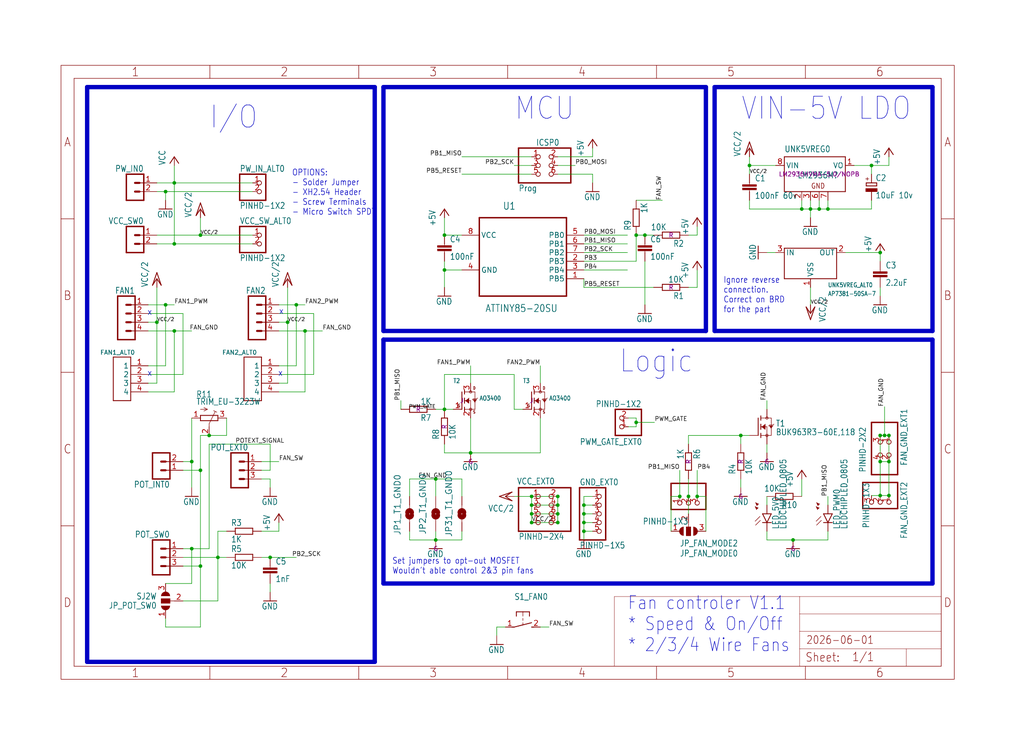
<source format=kicad_sch>
(kicad_sch (version 20250114) (generator "eeschema") (generator_version "9.0")
  (paper "User" 298.45 217.322)
  (text "x" (at 42.926 109.982 0) (effects (font (size 1.778 1.5113)) (justify left bottom)))
  (text "I/O" (at 60.96 38.1 0) (effects (font (size 6.4516 5.4838)) (justify left bottom)))
  (text "Fan controler V1.1\n* Speed & On/Off\n* 2/3/4 Wire Fans" (at 182.88 190.5 0) (effects (font (size 3.81 3.2385)) (justify left bottom)))
  (text "Logic" (at 180.34 109.22 0) (effects (font (size 6.4516 5.4838)) (justify left bottom)))
  (text "Set jumpers to opt-out MOSFET\nWouldn't able control 2&3 pin fans" (at 114.3 167.64 0) (effects (font (size 1.778 1.5113)) (justify left bottom)))
  (text "Ignore reverse\nconnection.\nCorrect on BRD\nfor the part" (at 210.82 91.44 0) (effects (font (size 1.778 1.5113)) (justify left bottom)))
  (text "x" (at 81.28 91.948 0) (effects (font (size 1.778 1.5113)) (justify left bottom)))
  (text "OPTIONS:\n- Solder Jumper\n- XH2.54 Header\n- Screw Terminals\n- Micro Switch SPDT" (at 85.09 62.992 0) (effects (font (size 1.778 1.5113)) (justify left bottom)))
  (text "x" (at 81.026 109.982 0) (effects (font (size 1.778 1.5113)) (justify left bottom)))
  (text "MCU" (at 149.86 35.56 0) (effects (font (size 6.4516 5.4838)) (justify left bottom)))
  (text "VIN-5V LDO" (at 215.9 35.56 0) (effects (font (size 6.4516 5.4838)) (justify left bottom)))
  (text "x" (at 42.926 92.202 0) (effects (font (size 1.778 1.5113)) (justify left bottom)))
  (junction (at 257.81 127))
  (junction (at 256.54 73.66))
  (junction (at 129.54 68.58))
  (junction (at 154.94 147.32))
  (junction (at 218.44 48.26))
  (junction (at 50.8 96.52))
  (junction (at 50.8 53.34))
  (junction (at 162.56 152.4))
  (junction (at 238.76 60.96))
  (junction (at 48.26 88.9))
  (junction (at 236.22 60.96))
  (junction (at 231.14 157.48))
  (junction (at 259.08 144.526))
  (junction (at 256.54 134.62))
  (junction (at 45.72 93.98))
  (junction (at 50.8 71.12))
  (junction (at 58.42 68.58))
  (junction (at 215.9 127))
  (junction (at 60.96 127))
  (junction (at 129.54 78.74))
  (junction (at 154.94 152.4))
  (junction (at 137.16 132.08))
  (junction (at 162.56 144.78))
  (junction (at 48.26 55.88))
  (junction (at 256.54 144.526))
  (junction (at 58.42 137.16))
  (junction (at 154.94 149.86))
  (junction (at 78.74 162.56))
  (junction (at 127 139.7))
  (junction (at 88.9 96.52))
  (junction (at 200.66 144.78))
  (junction (at 170.18 154.94))
  (junction (at 129.54 119.38))
  (junction (at 185.42 123.19))
  (junction (at 259.08 127))
  (junction (at 170.18 152.4))
  (junction (at 127 157.48))
  (junction (at 203.2 144.78))
  (junction (at 241.3 60.96))
  (junction (at 254 48.26))
  (junction (at 58.42 165.1))
  (junction (at 198.12 144.78))
  (junction (at 233.68 60.96))
  (junction (at 154.94 144.78))
  (junction (at 170.18 149.86))
  (junction (at 83.82 93.98))
  (junction (at 162.56 147.32))
  (junction (at 259.08 134.62))
  (junction (at 170.18 147.32))
  (junction (at 55.88 160.02))
  (junction (at 185.42 68.58))
  (junction (at 86.36 88.9))
  (junction (at 187.96 68.58))
  (junction (at 162.56 149.86))
  (junction (at 63.5 162.56))
  (junction (at 256.54 127))
  (junction (at 55.88 134.62))
  (wire (pts (xy 254 48.26) (xy 259.08 48.26)) (stroke (width 0.1524)))
  (wire (pts (xy 236.22 60.96) (xy 236.22 63.5)) (stroke (width 0.1524)))
  (wire (pts (xy 88.9 88.9) (xy 86.36 88.9)) (stroke (width 0.1524)))
  (wire (pts (xy 185.42 123.19) (xy 185.42 124.46)) (stroke (width 0.1524)))
  (wire (pts (xy 256.54 144.526) (xy 259.08 144.526)) (stroke (width 0.1524)))
  (polyline (pts (xy 111.76 25.4) (xy 111.76 96.52)) (stroke (width 1.27) (type solid)))
  (wire (pts (xy 170.18 144.78) (xy 170.18 147.32)) (stroke (width 0.1524)))
  (polyline (pts (xy 271.78 170.18) (xy 111.76 170.18)) (stroke (width 1.27) (type solid)))
  (wire (pts (xy 48.26 55.88) (xy 45.72 55.88)) (stroke (width 0.1524)))
  (wire (pts (xy 76.2 137.16) (xy 78.74 137.16)) (stroke (width 0.1524)))
  (wire (pts (xy 241.3 58.42) (xy 241.3 60.96)) (stroke (width 0.1524)))
  (wire (pts (xy 200.66 127) (xy 200.66 129.54)) (stroke (width 0.1524)))
  (wire (pts (xy 50.8 48.26) (xy 50.8 53.34)) (stroke (width 0.1524)))
  (wire (pts (xy 78.74 162.56) (xy 86.36 162.56)) (stroke (width 0.1524)))
  (wire (pts (xy 53.34 175.26) (xy 63.5 175.26)) (stroke (width 0.1524)))
  (polyline (pts (xy 205.74 25.4) (xy 111.76 25.4)) (stroke (width 1.27) (type solid)))
  (wire (pts (xy 233.68 144.78) (xy 233.68 139.7)) (stroke (width 0.1524)))
  (wire (pts (xy 200.66 139.7) (xy 200.66 144.78)) (stroke (width 0.1524)))
  (wire (pts (xy 63.5 175.26) (xy 63.5 162.56)) (stroke (width 0.1524)))
  (wire (pts (xy 259.08 48.26) (xy 259.08 45.72)) (stroke (width 0.1524)))
  (wire (pts (xy 162.56 50.8) (xy 172.72 50.8)) (stroke (width 0.1524)))
  (wire (pts (xy 81.28 114.3) (xy 88.9 114.3)) (stroke (width 0.1524)))
  (wire (pts (xy 256.54 144.526) (xy 256.54 134.62)) (stroke (width 0.1524)))
  (wire (pts (xy 154.94 50.8) (xy 134.62 50.8)) (stroke (width 0.1524)))
  (wire (pts (xy 185.42 124.46) (xy 183.134 124.46)) (stroke (width 0.1524)))
  (wire (pts (xy 127 139.7) (xy 127 144.78)) (stroke (width 0.1524)))
  (wire (pts (xy 254 48.26) (xy 254 50.8)) (stroke (width 0.1524)))
  (wire (pts (xy 119.38 139.7) (xy 127 139.7)) (stroke (width 0.1524)))
  (wire (pts (xy 238.76 60.96) (xy 236.22 60.96)) (stroke (width 0.1524)))
  (wire (pts (xy 58.42 165.1) (xy 53.34 165.1)) (stroke (width 0.1524)))
  (wire (pts (xy 55.88 160.02) (xy 60.96 160.02)) (stroke (width 0.1524)))
  (wire (pts (xy 63.5 154.94) (xy 66.04 154.94)) (stroke (width 0.1524)))
  (wire (pts (xy 129.54 78.74) (xy 129.54 76.2)) (stroke (width 0.1524)))
  (wire (pts (xy 162.56 45.72) (xy 172.72 45.72)) (stroke (width 0.1524)))
  (wire (pts (xy 119.38 144.78) (xy 119.38 139.7)) (stroke (width 0.1524)))
  (wire (pts (xy 170.18 147.32) (xy 170.18 149.86)) (stroke (width 0.1524)))
  (wire (pts (xy 248.92 48.26) (xy 254 48.26)) (stroke (width 0.1524)))
  (wire (pts (xy 58.42 182.88) (xy 58.42 165.1)) (stroke (width 0.1524)))
  (wire (pts (xy 190.754 123.19) (xy 185.42 123.19)) (stroke (width 0.1524)))
  (wire (pts (xy 154.94 48.26) (xy 149.86 48.26)) (stroke (width 0.1524)))
  (wire (pts (xy 236.22 88.9) (xy 236.22 83.82)) (stroke (width 0.1524)))
  (wire (pts (xy 185.42 68.58) (xy 185.42 76.2)) (stroke (width 0.1524)))
  (wire (pts (xy 246.38 73.66) (xy 256.54 73.66)) (stroke (width 0.1524)))
  (wire (pts (xy 116.84 119.38) (xy 116.84 116.84)) (stroke (width 0.1524)))
  (wire (pts (xy 187.96 68.58) (xy 190.5 68.58)) (stroke (width 0.1524)))
  (wire (pts (xy 129.54 109.22) (xy 149.86 109.22)) (stroke (width 0.1524)))
  (wire (pts (xy 257.81 127) (xy 256.54 127)) (stroke (width 0.1524)))
  (wire (pts (xy 226.06 48.26) (xy 218.44 48.26)) (stroke (width 0.1524)))
  (wire (pts (xy 218.44 127) (xy 215.9 127)) (stroke (width 0.1524)))
  (wire (pts (xy 129.54 78.74) (xy 129.54 83.82)) (stroke (width 0.1524)))
  (wire (pts (xy 157.48 132.08) (xy 137.16 132.08)) (stroke (width 0.1524)))
  (wire (pts (xy 256.54 76.2) (xy 256.54 73.66)) (stroke (width 0.1524)))
  (wire (pts (xy 218.44 48.26) (xy 218.44 45.72)) (stroke (width 0.1524)))
  (wire (pts (xy 134.62 139.7) (xy 134.62 144.78)) (stroke (width 0.1524)))
  (wire (pts (xy 81.28 154.94) (xy 81.28 152.4)) (stroke (width 0.1524)))
  (wire (pts (xy 170.18 152.4) (xy 170.18 154.94)) (stroke (width 0.1524)))
  (wire (pts (xy 259.08 127) (xy 259.08 134.62)) (stroke (width 0.1524)))
  (wire (pts (xy 48.26 182.88) (xy 58.42 182.88)) (stroke (width 0.1524)))
  (wire (pts (xy 55.88 134.62) (xy 55.88 142.24)) (stroke (width 0.1524)))
  (wire (pts (xy 162.56 144.78) (xy 162.56 147.32)) (stroke (width 0.1524)))
  (wire (pts (xy 223.52 129.54) (xy 223.52 132.08)) (stroke (width 0.1524)))
  (wire (pts (xy 66.04 127) (xy 66.04 121.92)) (stroke (width 0.1524)))
  (polyline (pts (xy 208.28 25.4) (xy 208.28 96.52)) (stroke (width 1.27) (type solid)))
  (wire (pts (xy 43.18 106.68) (xy 48.26 106.68)) (stroke (width 0.1524)))
  (wire (pts (xy 129.54 132.08) (xy 137.16 132.08)) (stroke (width 0.1524)))
  (wire (pts (xy 190.5 83.82) (xy 170.18 83.82)) (stroke (width 0.1524)))
  (wire (pts (xy 254 58.42) (xy 254 60.96)) (stroke (width 0.1524)))
  (wire (pts (xy 86.36 88.9) (xy 81.28 88.9)) (stroke (width 0.1524)))
  (polyline (pts (xy 271.78 99.06) (xy 111.76 99.06)) (stroke (width 1.27) (type solid)))
  (wire (pts (xy 257.81 118.618) (xy 257.81 127)) (stroke (width 0.1524)))
  (wire (pts (xy 170.18 83.82) (xy 170.18 81.28)) (stroke (width 0.1524)))
  (wire (pts (xy 81.28 93.98) (xy 83.82 93.98)) (stroke (width 0.1524)))
  (wire (pts (xy 81.28 111.76) (xy 83.82 111.76)) (stroke (width 0.1524)))
  (wire (pts (xy 172.72 147.32) (xy 170.18 147.32)) (stroke (width 0.1524)))
  (wire (pts (xy 231.14 157.48) (xy 223.52 157.48)) (stroke (width 0.1524)))
  (wire (pts (xy 48.26 55.88) (xy 48.26 58.42)) (stroke (width 0.1524)))
  (wire (pts (xy 63.5 162.56) (xy 66.04 162.56)) (stroke (width 0.1524)))
  (wire (pts (xy 53.34 109.22) (xy 43.18 109.22)) (stroke (width 0.1524)))
  (polyline (pts (xy 271.78 99.06) (xy 271.78 170.18)) (stroke (width 1.27) (type solid)))
  (wire (pts (xy 241.3 154.94) (xy 241.3 157.48)) (stroke (width 0.1524)))
  (wire (pts (xy 170.18 76.2) (xy 185.42 76.2)) (stroke (width 0.1524)))
  (wire (pts (xy 154.94 144.78) (xy 162.56 144.78)) (stroke (width 0.1524)))
  (wire (pts (xy 162.56 48.26) (xy 167.64 48.26)) (stroke (width 0.1524)))
  (wire (pts (xy 129.54 119.38) (xy 132.08 119.38)) (stroke (width 0.1524)))
  (wire (pts (xy 50.8 114.3) (xy 50.8 96.52)) (stroke (width 0.1524)))
  (wire (pts (xy 223.52 147.32) (xy 223.52 144.78)) (stroke (width 0.1524)))
  (polyline (pts (xy 271.78 96.52) (xy 208.28 96.52)) (stroke (width 1.27) (type solid)))
  (polyline (pts (xy 271.78 25.4) (xy 271.78 96.52)) (stroke (width 1.27) (type solid)))
  (polyline (pts (xy 109.22 193.04) (xy 25.4 193.04)) (stroke (width 1.27) (type solid)))
  (wire (pts (xy 78.74 137.16) (xy 78.74 129.54)) (stroke (width 0.1524)))
  (wire (pts (xy 83.82 111.76) (xy 83.82 93.98)) (stroke (width 0.1524)))
  (wire (pts (xy 45.72 68.58) (xy 58.42 68.58)) (stroke (width 0.1524)))
  (wire (pts (xy 53.34 162.56) (xy 63.5 162.56)) (stroke (width 0.1524)))
  (wire (pts (xy 203.2 68.58) (xy 203.2 66.04)) (stroke (width 0.1524)))
  (wire (pts (xy 215.9 139.7) (xy 215.9 142.24)) (stroke (width 0.1524)))
  (wire (pts (xy 48.26 106.68) (xy 48.26 88.9)) (stroke (width 0.1524)))
  (wire (pts (xy 119.38 154.94) (xy 119.38 157.48)) (stroke (width 0.1524)))
  (wire (pts (xy 256.54 86.36) (xy 256.54 83.82)) (stroke (width 0.1524)))
  (wire (pts (xy 256.54 134.62) (xy 259.08 134.62)) (stroke (width 0.1524)))
  (wire (pts (xy 218.44 50.8) (xy 218.44 48.26)) (stroke (width 0.1524)))
  (wire (pts (xy 203.2 137.16) (xy 203.2 144.78)) (stroke (width 0.1524)))
  (wire (pts (xy 83.82 93.98) (xy 83.82 83.82)) (stroke (width 0.1524)))
  (wire (pts (xy 149.86 109.22) (xy 149.86 119.38)) (stroke (width 0.1524)))
  (polyline (pts (xy 109.22 25.4) (xy 109.22 193.04)) (stroke (width 1.27) (type solid)))
  (wire (pts (xy 172.72 50.8) (xy 172.72 53.34)) (stroke (width 0.1524)))
  (wire (pts (xy 241.3 147.32) (xy 241.3 144.78)) (stroke (width 0.1524)))
  (wire (pts (xy 162.56 152.4) (xy 162.56 149.86)) (stroke (width 0.1524)))
  (wire (pts (xy 76.2 162.56) (xy 78.74 162.56)) (stroke (width 0.1524)))
  (wire (pts (xy 154.94 147.32) (xy 162.56 147.32)) (stroke (width 0.1524)))
  (wire (pts (xy 127 139.7) (xy 134.62 139.7)) (stroke (width 0.1524)))
  (polyline (pts (xy 25.4 25.4) (xy 25.4 193.04)) (stroke (width 1.27) (type solid)))
  (wire (pts (xy 50.8 53.34) (xy 50.8 71.12)) (stroke (width 0.1524)))
  (wire (pts (xy 48.26 170.18) (xy 55.88 170.18)) (stroke (width 0.1524)))
  (wire (pts (xy 78.74 129.54) (xy 60.96 129.54)) (stroke (width 0.1524)))
  (wire (pts (xy 53.34 134.62) (xy 55.88 134.62)) (stroke (width 0.1524)))
  (wire (pts (xy 200.66 144.78) (xy 200.66 149.86)) (stroke (width 0.1524)))
  (wire (pts (xy 76.2 154.94) (xy 81.28 154.94)) (stroke (width 0.1524)))
  (wire (pts (xy 187.96 76.2) (xy 187.96 88.9)) (stroke (width 0.1524)))
  (wire (pts (xy 88.9 114.3) (xy 88.9 96.52)) (stroke (width 0.1524)))
  (polyline (pts (xy 205.74 25.4) (xy 205.74 96.52)) (stroke (width 1.27) (type solid)))
  (wire (pts (xy 185.42 121.92) (xy 185.42 123.19)) (stroke (width 0.1524)))
  (wire (pts (xy 170.18 154.94) (xy 172.72 154.94)) (stroke (width 0.1524)))
  (polyline (pts (xy 271.78 25.4) (xy 208.28 25.4)) (stroke (width 1.27) (type solid)))
  (wire (pts (xy 86.36 106.68) (xy 86.36 88.9)) (stroke (width 0.1524)))
  (wire (pts (xy 137.16 111.76) (xy 137.16 106.68)) (stroke (width 0.1524)))
  (wire (pts (xy 170.18 154.94) (xy 170.18 157.48)) (stroke (width 0.1524)))
  (wire (pts (xy 81.28 91.44) (xy 91.44 91.44)) (stroke (width 0.1524)))
  (wire (pts (xy 50.8 96.52) (xy 43.18 96.52)) (stroke (width 0.1524)))
  (wire (pts (xy 162.56 149.86) (xy 154.94 149.86)) (stroke (width 0.1524)))
  (wire (pts (xy 81.28 106.68) (xy 86.36 106.68)) (stroke (width 0.1524)))
  (wire (pts (xy 241.3 157.48) (xy 231.14 157.48)) (stroke (width 0.1524)))
  (wire (pts (xy 172.72 144.78) (xy 170.18 144.78)) (stroke (width 0.1524)))
  (wire (pts (xy 48.26 180.34) (xy 48.26 182.88)) (stroke (width 0.1524)))
  (wire (pts (xy 203.2 144.78) (xy 205.74 144.78)) (stroke (width 0.1524)))
  (wire (pts (xy 154.94 149.86) (xy 154.94 152.4)) (stroke (width 0.1524)))
  (wire (pts (xy 185.42 58.42) (xy 193.04 58.42)) (stroke (width 0.1524)))
  (wire (pts (xy 195.58 154.94) (xy 195.58 144.78)) (stroke (width 0.1524)))
  (wire (pts (xy 50.8 53.34) (xy 73.66 53.34)) (stroke (width 0.1524)))
  (wire (pts (xy 53.34 137.16) (xy 58.42 137.16)) (stroke (width 0.1524)))
  (wire (pts (xy 157.48 182.88) (xy 160.02 182.88)) (stroke (width 0.1524)))
  (wire (pts (xy 256.54 127) (xy 256.54 134.62)) (stroke (width 0.1524)))
  (wire (pts (xy 63.5 162.56) (xy 63.5 154.94)) (stroke (width 0.1524)))
  (wire (pts (xy 198.12 144.78) (xy 198.12 137.16)) (stroke (width 0.1524)))
  (wire (pts (xy 60.96 127) (xy 66.04 127)) (stroke (width 0.1524)))
  (wire (pts (xy 91.44 109.22) (xy 81.28 109.22)) (stroke (width 0.1524)))
  (wire (pts (xy 55.88 134.62) (xy 55.88 121.92)) (stroke (width 0.1524)))
  (wire (pts (xy 154.94 149.86) (xy 154.94 147.32)) (stroke (width 0.1524)))
  (wire (pts (xy 254 144.526) (xy 256.54 144.526)) (stroke (width 0.1524)))
  (wire (pts (xy 203.2 83.82) (xy 203.2 78.74)) (stroke (width 0.1524)))
  (wire (pts (xy 254 60.96) (xy 241.3 60.96)) (stroke (width 0.1524)))
  (wire (pts (xy 73.66 71.12) (xy 50.8 71.12)) (stroke (width 0.1524)))
  (wire (pts (xy 134.62 157.48) (xy 134.62 154.94)) (stroke (width 0.1524)))
  (wire (pts (xy 81.28 134.62) (xy 76.2 134.62)) (stroke (width 0.1524)))
  (wire (pts (xy 233.68 60.96) (xy 236.22 60.96)) (stroke (width 0.1524)))
  (wire (pts (xy 55.88 170.18) (xy 55.88 160.02)) (stroke (width 0.1524)))
  (wire (pts (xy 58.42 127) (xy 60.96 127)) (stroke (width 0.1524)))
  (wire (pts (xy 162.56 147.32) (xy 162.56 149.86)) (stroke (width 0.1524)))
  (wire (pts (xy 172.72 152.4) (xy 170.18 152.4)) (stroke (width 0.1524)))
  (wire (pts (xy 172.72 149.86) (xy 170.18 149.86)) (stroke (width 0.1524)))
  (wire (pts (xy 172.72 45.72) (xy 172.72 43.18)) (stroke (width 0.1524)))
  (wire (pts (xy 223.52 119.38) (xy 223.52 116.84)) (stroke (width 0.1524)))
  (wire (pts (xy 129.54 119.38) (xy 129.54 109.22)) (stroke (width 0.1524)))
  (wire (pts (xy 127 157.48) (xy 134.62 157.48)) (stroke (width 0.1524)))
  (wire (pts (xy 185.42 68.58) (xy 187.96 68.58)) (stroke (width 0.1524)))
  (wire (pts (xy 200.66 83.82) (xy 203.2 83.82)) (stroke (width 0.1524)))
  (wire (pts (xy 43.18 91.44) (xy 53.34 91.44)) (stroke (width 0.1524)))
  (wire (pts (xy 93.98 96.52) (xy 88.9 96.52)) (stroke (width 0.1524)))
  (wire (pts (xy 58.42 68.58) (xy 73.66 68.58)) (stroke (width 0.1524)))
  (wire (pts (xy 53.34 160.02) (xy 55.88 160.02)) (stroke (width 0.1524)))
  (wire (pts (xy 50.8 88.9) (xy 48.26 88.9)) (stroke (width 0.1524)))
  (wire (pts (xy 58.42 68.58) (xy 58.42 63.5)) (stroke (width 0.1524)))
  (wire (pts (xy 43.18 114.3) (xy 50.8 114.3)) (stroke (width 0.1524)))
  (wire (pts (xy 129.54 129.54) (xy 129.54 132.08)) (stroke (width 0.1524)))
  (wire (pts (xy 226.06 73.66) (xy 223.52 73.66)) (stroke (width 0.1524)))
  (wire (pts (xy 170.18 73.66) (xy 182.88 73.66)) (stroke (width 0.1524)))
  (wire (pts (xy 58.42 137.16) (xy 58.42 127)) (stroke (width 0.1524)))
  (wire (pts (xy 76.2 139.7) (xy 78.74 139.7)) (stroke (width 0.1524)))
  (wire (pts (xy 259.08 134.62) (xy 259.08 144.526)) (stroke (width 0.1524)))
  (wire (pts (xy 119.38 157.48) (xy 127 157.48)) (stroke (width 0.1524)))
  (wire (pts (xy 218.44 58.42) (xy 218.44 60.96)) (stroke (width 0.1524)))
  (polyline (pts (xy 205.74 96.52) (xy 111.76 96.52)) (stroke (width 1.27) (type solid)))
  (wire (pts (xy 45.72 93.98) (xy 45.72 111.76)) (stroke (width 0.1524)))
  (wire (pts (xy 183.134 121.92) (xy 185.42 121.92)) (stroke (width 0.1524)))
  (polyline (pts (xy 109.22 25.4) (xy 25.4 25.4)) (stroke (width 1.27) (type solid)))
  (wire (pts (xy 236.22 58.42) (xy 236.22 60.96)) (stroke (width 0.1524)))
  (wire (pts (xy 218.44 60.96) (xy 233.68 60.96)) (stroke (width 0.1524)))
  (wire (pts (xy 233.68 58.42) (xy 233.68 60.96)) (stroke (width 0.1524)))
  (wire (pts (xy 259.08 127) (xy 257.81 127)) (stroke (width 0.1524)))
  (wire (pts (xy 170.18 149.86) (xy 170.18 152.4)) (stroke (width 0.1524)))
  (wire (pts (xy 215.9 127) (xy 200.66 127)) (stroke (width 0.1524)))
  (wire (pts (xy 48.26 88.9) (xy 43.18 88.9)) (stroke (width 0.1524)))
  (wire (pts (xy 127 119.38) (xy 129.54 119.38)) (stroke (width 0.1524)))
  (wire (pts (xy 157.48 121.92) (xy 157.48 132.08)) (stroke (width 0.1524)))
  (wire (pts (xy 154.94 147.32) (xy 154.94 144.78)) (stroke (width 0.1524)))
  (wire (pts (xy 241.3 60.96) (xy 238.76 60.96)) (stroke (width 0.1524)))
  (wire (pts (xy 144.78 182.88) (xy 144.78 185.42)) (stroke (width 0.1524)))
  (wire (pts (xy 73.66 55.88) (xy 48.26 55.88)) (stroke (width 0.1524)))
  (wire (pts (xy 129.54 68.58) (xy 129.54 63.5)) (stroke (width 0.1524)))
  (wire (pts (xy 195.58 144.78) (xy 198.12 144.78)) (stroke (width 0.1524)))
  (wire (pts (xy 43.18 93.98) (xy 45.72 93.98)) (stroke (width 0.1524)))
  (wire (pts (xy 223.52 157.48) (xy 223.52 154.94)) (stroke (width 0.1524)))
  (wire (pts (xy 200.66 68.58) (xy 203.2 68.58)) (stroke (width 0.1524)))
  (wire (pts (xy 170.18 78.74) (xy 182.88 78.74)) (stroke (width 0.1524)))
  (wire (pts (xy 60.96 129.54) (xy 60.96 160.02)) (stroke (width 0.1524)))
  (wire (pts (xy 78.74 170.18) (xy 78.74 172.72)) (stroke (width 0.1524)))
  (wire (pts (xy 137.16 121.92) (xy 137.16 132.08)) (stroke (width 0.1524)))
  (wire (pts (xy 147.32 182.88) (xy 144.78 182.88)) (stroke (width 0.1524)))
  (wire (pts (xy 45.72 93.98) (xy 45.72 83.82)) (stroke (width 0.1524)))
  (polyline (pts (xy 111.76 99.06) (xy 111.76 170.18)) (stroke (width 1.27) (type solid)))
  (wire (pts (xy 154.94 45.72) (xy 134.62 45.72)) (stroke (width 0.1524)))
  (wire (pts (xy 45.72 71.12) (xy 50.8 71.12)) (stroke (width 0.1524)))
  (wire (pts (xy 157.48 111.76) (xy 157.48 106.68)) (stroke (width 0.1524)))
  (wire (pts (xy 134.62 78.74) (xy 129.54 78.74)) (stroke (width 0.1524)))
  (wire (pts (xy 149.86 144.78) (xy 154.94 144.78)) (stroke (width 0.1524)))
  (wire (pts (xy 78.74 139.7) (xy 78.74 142.24)) (stroke (width 0.1524)))
  (wire (pts (xy 53.34 91.44) (xy 53.34 109.22)) (stroke (width 0.1524)))
  (wire (pts (xy 238.76 58.42) (xy 238.76 60.96)) (stroke (width 0.1524)))
  (wire (pts (xy 45.72 53.34) (xy 50.8 53.34)) (stroke (width 0.1524)))
  (wire (pts (xy 134.62 68.58) (xy 129.54 68.58)) (stroke (width 0.1524)))
  (wire (pts (xy 205.74 144.78) (xy 205.74 154.94)) (stroke (width 0.1524)))
  (wire (pts (xy 91.44 91.44) (xy 91.44 109.22)) (stroke (width 0.1524)))
  (wire (pts (xy 170.18 71.12) (xy 182.88 71.12)) (stroke (width 0.1524)))
  (wire (pts (xy 170.18 68.58) (xy 182.88 68.58)) (stroke (width 0.1524)))
  (wire (pts (xy 215.9 129.54) (xy 215.9 127)) (stroke (width 0.1524)))
  (wire (pts (xy 45.72 111.76) (xy 43.18 111.76)) (stroke (width 0.1524)))
  (wire (pts (xy 152.4 119.38) (xy 149.86 119.38)) (stroke (width 0.1524)))
  (wire (pts (xy 55.88 96.52) (xy 50.8 96.52)) (stroke (width 0.1524)))
  (wire (pts (xy 127 154.94) (xy 127 157.48)) (stroke (width 0.1524)))
  (wire (pts (xy 88.9 96.52) (xy 81.28 96.52)) (stroke (width 0.1524)))
  (wire (pts (xy 154.94 152.4) (xy 162.56 152.4)) (stroke (width 0.1524)))
  (wire (pts (xy 58.42 137.16) (xy 58.42 165.1)) (stroke (width 0.1524)))
  (label "PB0_MOSI" (at 167.64 48.26 0) (effects (font (size 1.2446 1.2446))))
  (label "FAN_GND" (at 55.245 96.52 0) (effects (font (size 1.2446 1.2446))))
  (label "PB3" (at 170.18 76.2 0) (effects (font (size 1.2446 1.2446))))
  (label "FAN1_PWM" (at 50.8 88.9 0) (effects (font (size 1.2446 1.2446))))
  (label "FAN2_PWM" (at 157.48 106.68 180) (effects (font (size 1.2446 1.2446))))
  (label "FAN_SW" (at 81.28 134.62 0) (effects (font (size 1.2446 1.2446))))
  (label "VCC/2" (at 154.94 152.4 0) (effects (font (size 1.2446 1.2446))))
  (label "PB4" (at 203.2 137.16 0) (effects (font (size 1.2446 1.2446))))
  (label "FAN_GND" (at 223.52 116.84 90) (effects (font (size 1.2446 1.2446))))
  (label "PB4" (at 170.18 78.74 0) (effects (font (size 1.2446 1.2446))))
  (label "PB2_SCK" (at 170.18 73.66 0) (effects (font (size 1.2446 1.2446))))
  (label "FAN1_PWM" (at 137.16 106.68 180) (effects (font (size 1.2446 1.2446))))
  (label "PB0_MOSI" (at 170.18 68.58 0) (effects (font (size 1.2446 1.2446))))
  (label "PB5_RESET" (at 170.18 83.82 0) (effects (font (size 1.2446 1.2446))))
  (label "PB5_RESET" (at 134.62 50.8 180) (effects (font (size 1.2446 1.2446))))
  (label "PB2_SCK" (at 85.09 162.56 0) (effects (font (size 1.2446 1.2446))))
  (label "PB1_MISO" (at 241.3 144.78 90) (effects (font (size 1.2446 1.2446))))
  (label "VCC/2" (at 45.72 93.98 0) (effects (font (size 1.016 1.016))))
  (label "FAN2_PWM" (at 88.9 88.9 0) (effects (font (size 1.2446 1.2446))))
  (label "PB2_SCK" (at 149.86 48.26 180) (effects (font (size 1.2446 1.2446))))
  (label "PWM_GATE" (at 127 119.38 180) (effects (font (size 1.016 1.016))))
  (label "PB1_MISO" (at 198.12 137.16 180) (effects (font (size 1.2446 1.2446))))
  (label "VCC/2" (at 83.82 93.98 0) (effects (font (size 1.016 1.016))))
  (label "PB1_MISO" (at 134.62 45.72 180) (effects (font (size 1.2446 1.2446))))
  (label "FAN_GND" (at 121.92 139.7 0) (effects (font (size 1.2446 1.2446))))
  (label "PB1_MISO" (at 170.18 71.12 0) (effects (font (size 1.2446 1.2446))))
  (label "PB1_MISO" (at 116.84 116.84 90) (effects (font (size 1.2446 1.2446))))
  (label "POTEXT_SIGNAL" (at 68.58 129.54 0) (effects (font (size 1.2446 1.2446))))
  (label "FAN_GND" (at 257.81 118.618 90) (effects (font (size 1.2446 1.2446))))
  (label "FAN_GND" (at 93.98 96.52 0) (effects (font (size 1.2446 1.2446))))
  (label "FAN_SW" (at 160.02 182.88 0) (effects (font (size 1.2446 1.2446))))
  (label "VCC/2" (at 58.42 68.58 0) (effects (font (size 1.016 1.016))))
  (label "FAN_SW" (at 193.04 58.42 90) (effects (font (size 1.2446 1.2446))))
  (label "VCC/2" (at 218.44 50.8 0) (effects (font (size 1.016 1.016))))
  (label "PWM_GATE" (at 190.754 123.19 0) (effects (font (size 1.2446 1.2446))))
  (label "VCC/2" (at 236.22 88.9 0) (effects (font (size 1.016 1.016))))
  (symbol (lib_id "schemantic-eagle-import:JUMPER-SMT_2_NO_NO-SILK") (at 134.62 149.86 90) (unit 1)
    (property "Reference" "JP31_T1_GND0" (at 131.826 156.718 0) (effects (font (size 1.778 1.778)) (justify left bottom)))
    (property "Value" "JUMPER-SMT_2_NO_NO-SILK" (effects (hide yes)))
    (property "Footprint" "schemantic:SMT-JUMPER_2_NO_NO-SILK" (effects (hide yes)))
  )
  (symbol (lib_id "schemantic-eagle-import:GND") (at 129.54 86.36 0) (unit 1)
    (property "Reference" "#GND7" (effects (hide yes)))
    (property "Value" "GND" (at 127 88.9 0) (effects (font (size 1.778 1.5113)) (justify left bottom)))
  )
  (symbol (lib_id "schemantic-eagle-import:GND") (at 78.74 144.78 0) (unit 1)
    (property "Reference" "#GND10" (effects (hide yes)))
    (property "Value" "GND" (at 76.2 147.32 0) (effects (font (size 1.778 1.5113)) (justify left bottom)))
  )
  (symbol (lib_id "schemantic-eagle-import:MOSFET-NREFLOW") (at 154.94 116.84 0) (unit 1)
    (property "Reference" "T3" (at 152.4 111.76 0) (effects (font (size 1.27 1.0795)) (justify left bottom)))
    (property "Value" "AO3400" (at 160.02 116.84 0) (effects (font (size 1.27 1.0795)) (justify left bottom)))
    (property "Footprint" "schemantic:SOT23" (effects (hide yes)))
    (property "SPICEPREFIX" "J" (at 154.94 116.84 0))
  )
  (symbol (lib_id "schemantic-eagle-import:C-EUC0805") (at 129.54 71.12 0) (unit 1)
    (property "Reference" "C4" (at 131.064 70.739 0) (effects (font (size 1.778 1.5113)) (justify left bottom)))
    (property "Value" "100nF" (at 131.064 75.819 0) (effects (font (size 1.778 1.5113)) (justify left bottom)))
    (property "Footprint" "schemantic:C0805" (effects (hide yes)))
  )
  (symbol (lib_id "schemantic-eagle-import:A4L-LOC") (at 17.78 198.12 0) (unit 1)
    (property "Reference" "#FRAME1" (effects (hide yes)))
    (property "Value" "A4L-LOC" (effects (hide yes)))
  )
  (symbol (lib_id "schemantic-eagle-import:MOSFET-NREFLOW") (at 134.62 116.84 0) (unit 1)
    (property "Reference" "T2" (at 132.08 111.76 0) (effects (font (size 1.27 1.0795)) (justify left bottom)))
    (property "Value" "AO3400" (at 139.7 116.84 0) (effects (font (size 1.27 1.0795)) (justify left bottom)))
    (property "Footprint" "schemantic:SOT23" (effects (hide yes)))
    (property "SPICEPREFIX" "J" (at 134.62 116.84 0))
  )
  (symbol (lib_id "schemantic-eagle-import:R-EU_R0805") (at 121.92 119.38 180) (unit 1)
    (property "Reference" "R7" (at 125.73 120.8786 0) (effects (font (size 1.778 1.5113)) (justify left bottom)))
    (property "Value" "1K" (at 125.73 116.078 0) (effects (font (size 1.778 1.5113)) (justify left bottom)))
    (property "Footprint" "schemantic:R0805" (effects (hide yes)))
    (property "SPICEPREFIX" "R" (at 121.92 119.38 0))
  )
  (symbol (lib_id "schemantic-eagle-import:GND") (at 170.18 160.02 0) (unit 1)
    (property "Reference" "#GND16" (effects (hide yes)))
    (property "Value" "GND" (at 167.64 162.56 0) (effects (font (size 1.778 1.5113)) (justify left bottom)))
  )
  (symbol (lib_id "schemantic-eagle-import:GND") (at 78.74 175.26 0) (unit 1)
    (property "Reference" "#GND4" (effects (hide yes)))
    (property "Value" "GND" (at 76.2 177.8 0) (effects (font (size 1.778 1.5113)) (justify left bottom)))
  )
  (symbol (lib_id "schemantic-eagle-import:R-EU_R0805") (at 195.58 83.82 180) (unit 1)
    (property "Reference" "R1" (at 199.39 85.3186 0) (effects (font (size 1.778 1.5113)) (justify left bottom)))
    (property "Value" "10K" (at 199.39 80.518 0) (effects (font (size 1.778 1.5113)) (justify left bottom)))
    (property "Footprint" "schemantic:R0805" (effects (hide yes)))
    (property "SPICEPREFIX" "R" (at 195.58 83.82 0))
  )
  (symbol (lib_id "schemantic-eagle-import:MOSFET-N-D2PAK") (at 223.52 124.46 0) (unit 1)
    (property "Reference" "T1" (at 226.06 124.46 0) (effects (font (size 1.778 1.5113)) (justify left bottom)))
    (property "Value" "BUK963R3-60E,118" (at 226.06 127 0) (effects (font (size 1.778 1.5113)) (justify left bottom)))
    (property "Footprint" "schemantic:D2PAK_TO263" (effects (hide yes)))
    (property "ALT1" "IRF2805SPbF" (effects (hide yes)))
    (property "OLD" "SQM110P06-8m9L_GE3" (effects (hide yes)))
  )
  (symbol (lib_id "schemantic-eagle-import:VCC/2") (at 236.22 91.44 180) (unit 1)
    (property "Reference" "#P+12" (effects (hide yes)))
    (property "Value" "VCC/2" (at 238.76 86.36 90) (effects (font (size 1.778 1.5113)) (justify left bottom)))
  )
  (symbol (lib_id "schemantic-eagle-import:+5V") (at 203.2 76.2 0) (unit 1)
    (property "Reference" "#P+9" (effects (hide yes)))
    (property "Value" "+5V" (at 200.66 81.28 90) (effects (font (size 1.778 1.5113)) (justify left bottom)))
  )
  (symbol (lib_id "schemantic-eagle-import:VCC/2") (at 58.42 60.96 0) (unit 1)
    (property "Reference" "#P+2" (effects (hide yes)))
    (property "Value" "VCC/2" (at 55.88 63.5 90) (effects (font (size 1.778 1.5113)) (justify left bottom)))
  )
  (symbol (lib_id "schemantic-eagle-import:B2P-VH") (at 45.72 68.58 0) (mirror y) (unit 1)
    (property "Reference" "VCC_SW0" (at 41.91 65.405 0) (effects (font (size 1.778 1.5113)) (justify left bottom)))
    (property "Value" "Power SW" (effects (hide yes)))
    (property "Footprint" "schemantic:B2P-VH" (effects (hide yes)))
  )
  (symbol (lib_id "schemantic-eagle-import:+5V") (at 172.72 40.64 0) (unit 1)
    (property "Reference" "#P+7" (effects (hide yes)))
    (property "Value" "+5V" (at 170.18 45.72 90) (effects (font (size 1.778 1.5113)) (justify left bottom)))
  )
  (symbol (lib_id "schemantic-eagle-import:VCC/2") (at 83.82 81.28 0) (unit 1)
    (property "Reference" "#P+4" (effects (hide yes)))
    (property "Value" "VCC/2" (at 81.28 83.82 90) (effects (font (size 1.778 1.5113)) (justify left bottom)))
  )
  (symbol (lib_id "schemantic-eagle-import:VCC") (at 50.8 45.72 0) (unit 1)
    (property "Reference" "#P+1" (effects (hide yes)))
    (property "Value" "VCC" (at 48.26 48.26 90) (effects (font (size 1.778 1.5113)) (justify left bottom)))
  )
  (symbol (lib_id "schemantic-eagle-import:PINHD-1X2") (at 180.594 121.92 180) (unit 1)
    (property "Reference" "PWM_GATE_EXT0" (at 187.198 127.889 0) (effects (font (size 1.778 1.5113)) (justify left bottom)))
    (property "Value" "PINHD-1X2" (at 186.944 116.84 0) (effects (font (size 1.778 1.5113)) (justify left bottom)))
    (property "Footprint" "schemantic:1X02" (effects (hide yes)))
  )
  (symbol (lib_id "schemantic-eagle-import:B3B-XH-2") (at 48.26 162.56 0) (mirror y) (unit 1)
    (property "Reference" "POT_SW0" (at 49.53 156.845 0) (effects (font (size 1.778 1.5113)) (justify left bottom)))
    (property "Value" "POT_SW" (effects (hide yes)))
    (property "Footprint" "schemantic:B3B-XH-A" (effects (hide yes)))
  )
  (symbol (lib_id "schemantic-eagle-import:GND") (at 55.88 144.78 0) (unit 1)
    (property "Reference" "#GND11" (effects (hide yes)))
    (property "Value" "GND" (at 53.34 147.32 0) (effects (font (size 1.778 1.5113)) (justify left bottom)))
  )
  (symbol (lib_id "schemantic-eagle-import:PINHD-1X3") (at 200.66 147.32 90) (mirror x) (unit 1)
    (property "Reference" "JP_FAN_MODE2" (at 198.12 157.48 90) (effects (font (size 1.778 1.5113)) (justify right top)))
    (property "Value" "PINHD-1X3" (at 200.66 153.035 90) (effects (font (size 1.778 1.5113)) (justify left bottom)))
    (property "Footprint" "schemantic:1X03" (effects (hide yes)))
    (property "2PIN_FAN" "1&2" (effects (hide yes)))
    (property "3PIN_FAN" "1&2" (effects (hide yes)))
    (property "4PIN_FAN" "2&3" (effects (hide yes)))
  )
  (symbol (lib_id "schemantic-eagle-import:R-EU_R0805") (at 228.6 144.78 180) (unit 1)
    (property "Reference" "R10" (at 232.41 146.2786 0) (effects (font (size 1.778 1.5113)) (justify left bottom)))
    (property "Value" "10K" (at 227.33 141.478 0) (effects (font (size 1.778 1.5113)) (justify left bottom)))
    (property "Footprint" "schemantic:R0805" (effects (hide yes)))
  )
  (symbol (lib_id "schemantic-eagle-import:SJ2W") (at 48.26 175.26 180) (unit 1)
    (property "Reference" "JP_POT_SW0" (at 45.72 175.641 0) (effects (font (size 1.778 1.5113)) (justify left bottom)))
    (property "Value" "SJ2W" (at 45.72 174.879 0) (effects (font (size 1.778 1.5113)) (justify left top)))
    (property "Footprint" "schemantic:SJ_2" (effects (hide yes)))
  )
  (symbol (lib_id "schemantic-eagle-import:GND") (at 187.96 91.44 0) (unit 1)
    (property "Reference" "#GND2" (effects (hide yes)))
    (property "Value" "GND" (at 185.42 93.98 0) (effects (font (size 1.778 1.5113)) (justify left bottom)))
  )
  (symbol (lib_id "schemantic-eagle-import:B4P-VH") (at 76.2 93.98 0) (mirror y) (unit 1)
    (property "Reference" "FAN2" (at 77.47 85.725 0) (effects (font (size 1.778 1.5113)) (justify left bottom)))
    (property "Value" "FAN1" (effects (hide yes)))
    (property "Footprint" "schemantic:B4P-VH" (effects (hide yes)))
  )
  (symbol (lib_id "schemantic-eagle-import:JUMPER-SMT_2_NO_NO-SILK") (at 127 149.86 90) (unit 1)
    (property "Reference" "JP2_T1_GND0" (at 124.206 155.956 0) (effects (font (size 1.778 1.778)) (justify left bottom)))
    (property "Value" "JUMPER-SMT_2_NO_NO-SILK" (effects (hide yes)))
    (property "Footprint" "schemantic:SMT-JUMPER_2_NO_NO-SILK" (effects (hide yes)))
  )
  (symbol (lib_id "schemantic-eagle-import:+5V") (at 256.54 71.12 0) (unit 1)
    (property "Reference" "#P+13" (effects (hide yes)))
    (property "Value" "+5V" (at 254 73.66 90) (effects (font (size 1.778 1.5113)) (justify left bottom)))
  )
  (symbol (lib_id "schemantic-eagle-import:+5V") (at 81.28 149.86 0) (unit 1)
    (property "Reference" "#P+10" (effects (hide yes)))
    (property "Value" "+5V" (at 78.74 154.94 90) (effects (font (size 1.778 1.5113)) (justify left bottom)))
  )
  (symbol (lib_id "schemantic-eagle-import:DTSM-3") (at 152.4 182.88 270) (unit 1)
    (property "Reference" "S1_FAN0" (at 149.86 175.006 90) (effects (font (size 1.778 1.5113)) (justify left bottom)))
    (property "Value" "DTSM-3" (effects (hide yes)))
    (property "Footprint" "schemantic:DTSM-3" (effects (hide yes)))
    (property "OPTIONAL" "YES" (effects (hide yes)))
  )
  (symbol (lib_id "schemantic-eagle-import:R-EU_R0805") (at 129.54 124.46 90) (unit 1)
    (property "Reference" "R8" (at 128.0414 128.27 0) (effects (font (size 1.778 1.5113)) (justify left bottom)))
    (property "Value" "10K" (at 132.842 128.27 0) (effects (font (size 1.778 1.5113)) (justify left bottom)))
    (property "Footprint" "schemantic:R0805" (effects (hide yes)))
    (property "SPICEPREFIX" "R" (at 129.54 124.46 0))
  )
  (symbol (lib_id "schemantic-eagle-import:R-EU_R0805") (at 195.58 68.58 180) (unit 1)
    (property "Reference" "R2" (at 199.39 70.0786 0) (effects (font (size 1.778 1.5113)) (justify left bottom)))
    (property "Value" "10K" (at 194.31 65.278 0) (effects (font (size 1.778 1.5113)) (justify left bottom)))
    (property "Footprint" "schemantic:R0805" (effects (hide yes)))
    (property "SPICEPREFIX" "R" (at 195.58 68.58 0))
  )
  (symbol (lib_id "schemantic-eagle-import:LEDCHIPLED_0805") (at 223.52 149.86 0) (unit 1)
    (property "Reference" "LED_5V0" (at 227.076 154.432 90) (effects (font (size 1.778 1.5113)) (justify left bottom)))
    (property "Value" "LEDCHIPLED_0805" (at 229.235 154.432 90) (effects (font (size 1.778 1.5113)) (justify left bottom)))
    (property "Footprint" "schemantic:CHIPLED_0805" (effects (hide yes)))
  )
  (symbol (lib_id "schemantic-eagle-import:GND") (at 223.52 134.62 0) (unit 1)
    (property "Reference" "#GND5" (effects (hide yes)))
    (property "Value" "GND" (at 220.98 137.16 0) (effects (font (size 1.778 1.5113)) (justify left bottom)))
    (property "SPICEPREFIX" "G" (at 223.52 134.62 0))
  )
  (symbol (lib_id "schemantic-eagle-import:GND") (at 256.54 88.9 0) (unit 1)
    (property "Reference" "#GND13" (effects (hide yes)))
    (property "Value" "GND" (at 254 91.44 0) (effects (font (size 1.778 1.5113)) (justify left bottom)))
  )
  (symbol (lib_id "schemantic-eagle-import:R-EU_R0805") (at 71.12 162.56 0) (unit 1)
    (property "Reference" "R5" (at 67.31 161.0614 0) (effects (font (size 1.778 1.5113)) (justify left bottom)))
    (property "Value" "10K" (at 67.31 165.862 0) (effects (font (size 1.778 1.5113)) (justify left bottom)))
    (property "Footprint" "schemantic:R0805" (effects (hide yes)))
  )
  (symbol (lib_id "schemantic-eagle-import:R-EU_R0805") (at 185.42 63.5 90) (unit 1)
    (property "Reference" "R9" (at 183.9214 67.31 0) (effects (font (size 1.778 1.5113)) (justify left bottom)))
    (property "Value" "1K" (at 188.722 62.23 0) (effects (font (size 1.778 1.5113)) (justify left bottom)))
    (property "Footprint" "schemantic:R0805" (effects (hide yes)))
  )
  (symbol (lib_id "schemantic-eagle-import:PINHD-2X3") (at 157.48 48.26 0) (unit 1)
    (property "Reference" "ICSP0" (at 156.21 42.545 0) (effects (font (size 1.778 1.5113)) (justify left bottom)))
    (property "Value" "Prog" (at 151.13 55.88 0) (effects (font (size 1.778 1.5113)) (justify left bottom)))
    (property "Footprint" "schemantic:2X03" (effects (hide yes)))
  )
  (symbol (lib_id "schemantic-eagle-import:+5V") (at 233.68 137.16 0) (unit 1)
    (property "Reference" "#P+14" (effects (hide yes)))
    (property "Value" "+5V" (at 231.14 142.24 90) (effects (font (size 1.778 1.5113)) (justify left bottom)))
  )
  (symbol (lib_id "schemantic-eagle-import:B3B-XH-2") (at 71.12 137.16 0) (mirror y) (unit 1)
    (property "Reference" "POT_EXT0" (at 72.39 131.445 0) (effects (font (size 1.778 1.5113)) (justify left bottom)))
    (property "Value" "POT_EXT" (effects (hide yes)))
    (property "Footprint" "schemantic:B3B-XH-A" (effects (hide yes)))
  )
  (symbol (lib_id "schemantic-eagle-import:ATTINY85-20SU") (at 152.4 71.12 0) (unit 1)
    (property "Reference" "U1" (at 146.5072 61.214 0) (effects (font (size 2.0828 1.7703)) (justify left bottom)))
    (property "Value" "ATTINY85-20SU" (at 141.3764 91.059 0) (effects (font (size 2.0828 1.7703)) (justify left bottom)))
    (property "Footprint" "schemantic:SOIC127P798X216-8N" (effects (hide yes)))
  )
  (symbol (lib_id "schemantic-eagle-import:pinhead_325_PINHD-1X2") (at 76.2 71.12 0) (unit 1)
    (property "Reference" "VCC_SW_ALT0" (at 69.85 65.405 0) (effects (font (size 1.778 1.5113)) (justify left bottom)))
    (property "Value" "PINHD-1X2" (at 69.85 76.2 0) (effects (font (size 1.778 1.5113)) (justify left bottom)))
    (property "Footprint" "schemantic:1X02" (effects (hide yes)))
  )
  (symbol (lib_id "schemantic-eagle-import:GND") (at 127 160.02 0) (unit 1)
    (property "Reference" "#GND15" (effects (hide yes)))
    (property "Value" "GND" (at 124.46 162.56 0) (effects (font (size 1.778 1.5113)) (justify left bottom)))
    (property "SPICEPREFIX" "G" (at 127 160.02 0))
  )
  (symbol (lib_id "schemantic-eagle-import:1X4-BIG") (at 38.1 109.22 0) (mirror y) (unit 1)
    (property "Reference" "FAN1_ALT0" (at 39.37 103.505 0) (effects (justify left bottom)))
    (property "Value" "1X4-BIG" (effects (hide yes)))
    (property "Footprint" "schemantic:1X04-BIG" (effects (hide yes)))
  )
  (symbol (lib_id "schemantic-eagle-import:VCC/2") (at 147.32 144.78 90) (unit 1)
    (property "Reference" "#P+15" (effects (hide yes)))
    (property "Value" "VCC/2" (at 149.86 147.32 90) (effects (font (size 1.778 1.5113)) (justify left bottom)))
  )
  (symbol (lib_id "schemantic-eagle-import:R-EU_R0805") (at 215.9 134.62 90) (unit 1)
    (property "Reference" "R4" (at 214.4014 138.43 0) (effects (font (size 1.778 1.5113)) (justify left bottom)))
    (property "Value" "10K" (at 219.202 138.43 0) (effects (font (size 1.778 1.5113)) (justify left bottom)))
    (property "Footprint" "schemantic:R0805" (effects (hide yes)))
    (property "SPICEPREFIX" "R" (at 215.9 134.62 0))
  )
  (symbol (lib_id "schemantic-eagle-import:C-EUC0805") (at 78.74 165.1 0) (unit 1)
    (property "Reference" "C5" (at 80.264 164.719 0) (effects (font (size 1.778 1.5113)) (justify left bottom)))
    (property "Value" "1nF" (at 80.264 169.799 0) (effects (font (size 1.778 1.5113)) (justify left bottom)))
    (property "Footprint" "schemantic:C0805" (effects (hide yes)))
  )
  (symbol (lib_id "schemantic-eagle-import:B2P-VH") (at 45.72 53.34 0) (mirror y) (unit 1)
    (property "Reference" "PW_IN0" (at 41.91 50.165 0) (effects (font (size 1.778 1.5113)) (justify left bottom)))
    (property "Value" "Power In" (effects (hide yes)))
    (property "Footprint" "schemantic:B2P-VH" (effects (hide yes)))
  )
  (symbol (lib_id "schemantic-eagle-import:PINHD-1X5") (at 175.26 149.86 0) (unit 1)
    (property "Reference" "GND_EXT0" (at 168.91 141.605 0) (effects (font (size 1.778 1.5113)) (justify left bottom)))
    (property "Value" "PINHD-1X5" (at 168.91 160.02 0) (effects (font (size 1.778 1.5113)) (justify left bottom)))
    (property "Footprint" "schemantic:1X05" (effects (hide yes)))
  )
  (symbol (lib_id "schemantic-eagle-import:+5V") (at 203.2 63.5 0) (unit 1)
    (property "Reference" "#P+11" (effects (hide yes)))
    (property "Value" "+5V" (at 200.66 68.58 90) (effects (font (size 1.778 1.5113)) (justify left bottom)))
  )
  (symbol (lib_id "schemantic-eagle-import:+5V") (at 259.08 43.18 0) (unit 1)
    (property "Reference" "#P+5" (effects (hide yes)))
    (property "Value" "+5V" (at 256.54 48.26 90) (effects (font (size 1.778 1.5113)) (justify left bottom)))
  )
  (symbol (lib_id "schemantic-eagle-import:SJ2W") (at 200.66 154.94 90) (mirror x) (unit 1)
    (property "Reference" "JP_FAN_MODE0" (at 198.12 160.401 90) (effects (font (size 1.778 1.5113)) (justify right top)))
    (property "Value" "DC_COM_PWM" (effects (hide yes)))
    (property "Footprint" "schemantic:SJ_2" (effects (hide yes)))
  )
  (symbol (lib_id "schemantic-eagle-import:B4P-VH") (at 38.1 93.98 0) (mirror y) (unit 1)
    (property "Reference" "FAN1" (at 39.37 85.725 0) (effects (font (size 1.778 1.5113)) (justify left bottom)))
    (property "Value" "FAN1" (effects (hide yes)))
    (property "Footprint" "schemantic:B4P-VH" (effects (hide yes)))
  )
  (symbol (lib_id "schemantic-eagle-import:GND") (at 172.72 55.88 0) (unit 1)
    (property "Reference" "#GND9" (effects (hide yes)))
    (property "Value" "GND" (at 170.18 58.42 0) (effects (font (size 1.778 1.5113)) (justify left bottom)))
  )
  (symbol (lib_id "schemantic-eagle-import:C-EUC0805") (at 187.96 71.12 0) (unit 1)
    (property "Reference" "C6" (at 189.484 70.739 0) (effects (font (size 1.778 1.5113)) (justify left bottom)))
    (property "Value" "100nF" (at 189.484 75.819 0) (effects (font (size 1.778 1.5113)) (justify left bottom)))
    (property "Footprint" "schemantic:C0805" (effects (hide yes)))
  )
  (symbol (lib_id "schemantic-eagle-import:GND") (at 220.98 73.66 270) (unit 1)
    (property "Reference" "#GND3" (effects (hide yes)))
    (property "Value" "GND" (at 218.44 71.12 0) (effects (font (size 1.778 1.5113)) (justify left bottom)))
  )
  (symbol (lib_id "schemantic-eagle-import:PINHD-2X4") (at 157.48 149.86 0) (unit 1)
    (property "Reference" "VCC_EXT0" (at 150.622 141.351 0) (effects (font (size 1.778 1.5113)) (justify left bottom)))
    (property "Value" "PINHD-2X4" (at 151.13 157.48 0) (effects (font (size 1.778 1.5113)) (justify left bottom)))
    (property "Footprint" "schemantic:2X04" (effects (hide yes)))
  )
  (symbol (lib_id "schemantic-eagle-import:GND") (at 137.16 134.62 0) (unit 1)
    (property "Reference" "#GND8" (effects (hide yes)))
    (property "Value" "GND" (at 134.62 137.16 0) (effects (font (size 1.778 1.5113)) (justify left bottom)))
    (property "SPICEPREFIX" "G" (at 137.16 134.62 0))
  )
  (symbol (lib_id "schemantic-eagle-import:LEDCHIPLED_0805") (at 241.3 149.86 0) (unit 1)
    (property "Reference" "LED_PWM0" (at 244.856 154.432 90) (effects (font (size 1.778 1.5113)) (justify left bottom)))
    (property "Value" "LEDCHIPLED_0805" (at 247.015 154.432 90) (effects (font (size 1.778 1.5113)) (justify left bottom)))
    (property "Footprint" "schemantic:CHIPLED_0805" (effects (hide yes)))
  )
  (symbol (lib_id "schemantic-eagle-import:1X4-BIG") (at 76.2 109.22 0) (mirror y) (unit 1)
    (property "Reference" "FAN2_ALT0" (at 74.93 103.505 0) (effects (justify left bottom)))
    (property "Value" "1X4-BIG" (effects (hide yes)))
    (property "Footprint" "schemantic:1X04-BIG" (effects (hide yes)))
  )
  (symbol (lib_id "schemantic-eagle-import:R-EU_R0805") (at 71.12 154.94 0) (unit 1)
    (property "Reference" "R3" (at 67.31 153.4414 0) (effects (font (size 1.778 1.5113)) (justify left bottom)))
    (property "Value" "1K" (at 67.31 158.242 0) (effects (font (size 1.778 1.5113)) (justify left bottom)))
    (property "Footprint" "schemantic:R0805" (effects (hide yes)))
  )
  (symbol (lib_id "schemantic-eagle-import:C-EUC1206") (at 218.44 53.34 0) (unit 1)
    (property "Reference" "C1" (at 219.964 52.959 0) (effects (font (size 1.778 1.5113)) (justify left bottom)))
    (property "Value" "100nF 60v" (at 219.964 58.039 0) (effects (font (size 1.778 1.5113)) (justify left bottom)))
    (property "Footprint" "schemantic:C1206" (effects (hide yes)))
  )
  (symbol (lib_id "schemantic-eagle-import:GND") (at 215.9 144.78 0) (unit 1)
    (property "Reference" "#GND12" (effects (hide yes)))
    (property "Value" "GND" (at 213.36 147.32 0) (effects (font (size 1.778 1.5113)) (justify left bottom)))
    (property "SPICEPREFIX" "G" (at 215.9 144.78 0))
  )
  (symbol (lib_id "schemantic-eagle-import:CPOL-EUSMCE") (at 254 53.34 0) (unit 1)
    (property "Reference" "C2" (at 255.143 52.8574 0) (effects (font (size 1.778 1.5113)) (justify left bottom)))
    (property "Value" "10uF 10v" (at 255.143 57.9374 0) (effects (font (size 1.778 1.5113)) (justify left bottom)))
    (property "Footprint" "schemantic:SMC_E" (effects (hide yes)))
    (property "MODEL" "593D106X9050E2TE3" (effects (hide yes)))
  )
  (symbol (lib_id "schemantic-eagle-import:VCC/2") (at 45.72 81.28 0) (unit 1)
    (property "Reference" "#P+3" (effects (hide yes)))
    (property "Value" "VCC/2" (at 43.18 83.82 90) (effects (font (size 1.778 1.5113)) (justify left bottom)))
  )
  (symbol (lib_id "schemantic-eagle-import:R-EU_R0805") (at 200.66 134.62 270) (unit 1)
    (property "Reference" "R6" (at 202.1586 130.81 0) (effects (font (size 1.778 1.5113)) (justify left bottom)))
    (property "Value" "1K" (at 197.358 130.81 0) (effects (font (size 1.778 1.5113)) (justify left bottom)))
    (property "Footprint" "schemantic:R0805" (effects (hide yes)))
    (property "SPICEPREFIX" "R" (at 200.66 134.62 0))
  )
  (symbol (lib_id "schemantic-eagle-import:C-EUC0805") (at 256.54 78.74 0) (unit 1)
    (property "Reference" "C3" (at 258.064 78.359 0) (effects (font (size 1.778 1.5113)) (justify left bottom)))
    (property "Value" "2.2uF" (at 258.064 83.439 0) (effects (font (size 1.778 1.5113)) (justify left bottom)))
    (property "Footprint" "schemantic:C0805" (effects (hide yes)))
  )
  (symbol (lib_id "schemantic-eagle-import:XC6206SOT-23") (at 236.22 76.2 0) (unit 1)
    (property "Reference" "UNK5VREG_ALT0" (at 241.3 83.82 0) (effects (font (size 1.27 1.0795)) (justify left bottom)))
    (property "Value" "AP7381-50SA-7" (at 241.3 86.36 0) (effects (font (size 1.27 1.0795)) (justify left bottom)))
    (property "Footprint" "schemantic:XC6206_SOT-23" (effects (hide yes)))
    (property "C1" "1uF" (effects (hide yes)))
  )
  (symbol (lib_id "schemantic-eagle-import:GND") (at 236.22 66.04 0) (unit 1)
    (property "Reference" "#GND6" (effects (hide yes)))
    (property "Value" "GND" (at 233.68 68.58 0) (effects (font (size 1.778 1.5113)) (justify left bottom)))
  )
  (symbol (lib_id "schemantic-eagle-import:TRIM_EU-3223W") (at 60.96 121.92 270) (unit 1)
    (property "Reference" "R11" (at 57.15 115.951 90) (effects (font (size 1.778 1.5113)) (justify left bottom)))
    (property "Value" "TRIM_EU-3223W" (at 57.15 118.11 90) (effects (font (size 1.778 1.5113)) (justify left bottom)))
    (property "Footprint" "schemantic:3223W" (effects (hide yes)))
    (property "OPTIONAL" "YES" (effects (hide yes)))
  )
  (symbol (lib_id "schemantic-eagle-import:PINHD-2X2") (at 256.54 132.08 270) (unit 1)
    (property "Reference" "FAN_GND_EXT1" (at 262.509 119.126 0) (effects (font (size 1.778 1.5113)) (justify left bottom)))
    (property "Value" "PINHD-2X2" (at 250.444 124.46 0) (effects (font (size 1.778 1.5113)) (justify left bottom)))
    (property "Footprint" "schemantic:2X02" (effects (hide yes)))
  )
  (symbol (lib_id "schemantic-eagle-import:+5V") (at 129.54 60.96 0) (unit 1)
    (property "Reference" "#P+6" (effects (hide yes)))
    (property "Value" "+5V" (at 127 66.04 90) (effects (font (size 1.778 1.5113)) (justify left bottom)))
  )
  (symbol (lib_id "schemantic-eagle-import:JUMPER-SMT_2_NO_NO-SILK") (at 119.38 149.86 90) (unit 1)
    (property "Reference" "JP1_T1_GND0" (at 116.84 156.21 0) (effects (font (size 1.778 1.778)) (justify left bottom)))
    (property "Value" "JUMPER-SMT_2_NO_NO-SILK" (effects (hide yes)))
    (property "Footprint" "schemantic:SMT-JUMPER_2_NO_NO-SILK" (effects (hide yes)))
  )
  (symbol (lib_id "schemantic-eagle-import:VCC/2") (at 218.44 43.18 0) (unit 1)
    (property "Reference" "#P+8" (effects (hide yes)))
    (property "Value" "VCC/2" (at 215.9 45.72 90) (effects (font (size 1.778 1.5113)) (justify left bottom)))
  )
  (symbol (lib_id "schemantic-eagle-import:pinhead_PINHD-1X3") (at 256.54 147.066 270) (unit 1)
    (property "Reference" "FAN_GND_EXT2" (at 262.509 140.462 0) (effects (font (size 1.778 1.5113)) (justify left bottom)))
    (property "Value" "PINHD-1X3" (at 251.46 140.716 0) (effects (font (size 1.778 1.5113)) (justify left bottom)))
    (property "Footprint" "schemantic:1X03" (effects (hide yes)))
  )
  (symbol (lib_id "schemantic-eagle-import:GND") (at 231.14 160.02 0) (unit 1)
    (property "Reference" "#GND14" (effects (hide yes)))
    (property "Value" "GND" (at 228.6 162.56 0) (effects (font (size 1.778 1.5113)) (justify left bottom)))
    (property "SPICEPREFIX" "G" (at 231.14 160.02 0))
  )
  (symbol (lib_id "schemantic-eagle-import:pinhead_325_PINHD-1X2") (at 76.2 55.88 0) (unit 1)
    (property "Reference" "PW_IN_ALT0" (at 69.85 50.165 0) (effects (font (size 1.778 1.5113)) (justify left bottom)))
    (property "Value" "PINHD-1X2" (at 69.85 60.96 0) (effects (font (size 1.778 1.5113)) (justify left bottom)))
    (property "Footprint" "schemantic:1X02" (effects (hide yes)))
  )
  (symbol (lib_id "schemantic-eagle-import:GND") (at 144.78 187.96 0) (unit 1)
    (property "Reference" "#GND17" (effects (hide yes)))
    (property "Value" "GND" (at 142.24 190.5 0) (effects (font (size 1.778 1.5113)) (justify left bottom)))
  )
  (symbol (lib_id "schemantic-eagle-import:GND") (at 48.26 60.96 0) (unit 1)
    (property "Reference" "#GND1" (effects (hide yes)))
    (property "Value" "GND" (at 45.72 63.5 0) (effects (font (size 1.778 1.5113)) (justify left bottom)))
  )
  (symbol (lib_id "schemantic-eagle-import:B2B-XH-2") (at 53.34 137.16 180) (unit 1)
    (property "Reference" "POT_INT0" (at 49.53 140.335 0) (effects (font (size 1.778 1.5113)) (justify left bottom)))
    (property "Value" "POT_INT" (effects (hide yes)))
    (property "Footprint" "schemantic:B2B-XH-A" (effects (hide yes)))
  )
  (symbol (lib_id "schemantic-eagle-import:LM2936M?") (at 238.76 50.8 0) (unit 1)
    (property "Reference" "UNK5VREG0" (at 228.6 44.45 0) (effects (font (size 1.778 1.5113)) (justify left bottom)))
    (property "Value" "LM2936M?" (at 232.41 52.07 0) (effects (font (size 1.778 1.5113)) (justify left bottom)))
    (property "Footprint" "schemantic:SO08" (effects (hide yes)))
    (property "MPN" "LM2936HVMA-5.0/NOPB" (at 238.76 50.8 0))
  )
)
</source>
